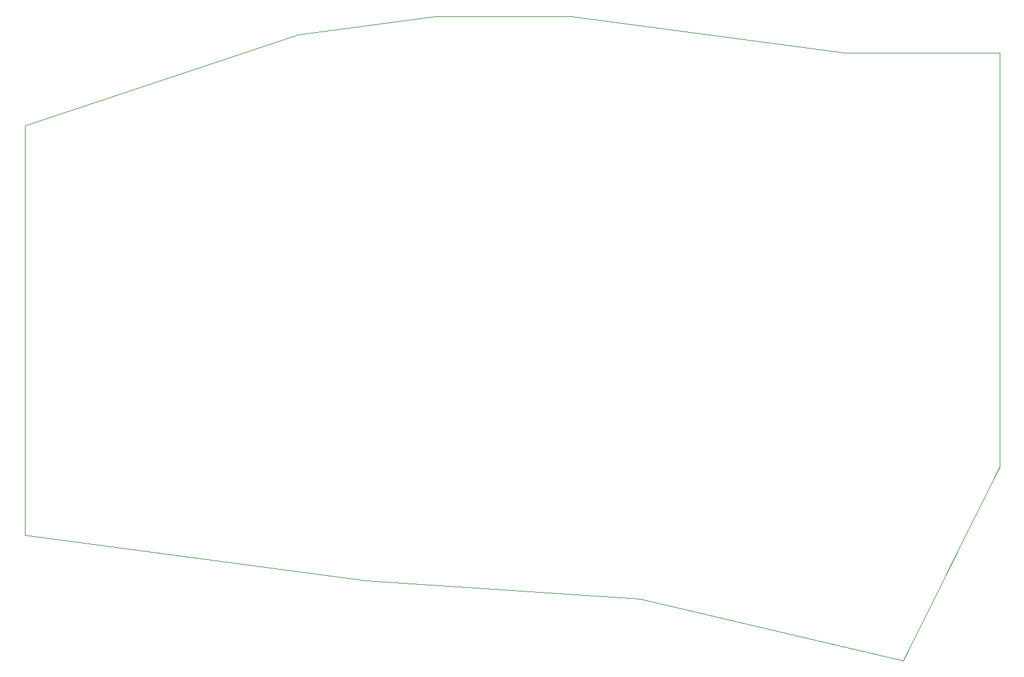
<source format=gm1>
From 091566813df47450a6fca945339cd1e1ba90c915 Mon Sep 17 00:00:00 2001
From: Marc Poulhiès <dkm@kataplop.net>
Date: Wed, 2 Sep 2020 16:06:58 +0200
Subject: Initial work for Pouetpouet board

Based on keyseebee but now very different.
---
 pcb/gerbers/v0.1/left/left-Edge.Cuts.gm1 | 38 --------------------------------
 1 file changed, 38 deletions(-)
 delete mode 100644 pcb/gerbers/v0.1/left/left-Edge.Cuts.gm1

(limited to 'pcb/gerbers/v0.1/left/left-Edge.Cuts.gm1')

diff --git a/pcb/gerbers/v0.1/left/left-Edge.Cuts.gm1 b/pcb/gerbers/v0.1/left/left-Edge.Cuts.gm1
deleted file mode 100644
index 28ead8c..0000000
--- a/pcb/gerbers/v0.1/left/left-Edge.Cuts.gm1
+++ /dev/null
@@ -1,38 +0,0 @@
-G04 #@! TF.GenerationSoftware,KiCad,Pcbnew,5.0.2+dfsg1-1*
-G04 #@! TF.CreationDate,2020-08-02T18:17:46+02:00*
-G04 #@! TF.ProjectId,left,6c656674-2e6b-4696-9361-645f70636258,rev?*
-G04 #@! TF.SameCoordinates,Original*
-G04 #@! TF.FileFunction,Profile,NP*
-%FSLAX46Y46*%
-G04 Gerber Fmt 4.6, Leading zero omitted, Abs format (unit mm)*
-G04 Created by KiCad (PCBNEW 5.0.2+dfsg1-1) date dim. 02 août 2020 18:17:46 CEST*
-%MOMM*%
-%LPD*%
-G01*
-G04 APERTURE LIST*
-%ADD10C,0.100000*%
-G04 APERTURE END LIST*
-D10*
-X104775000Y-114300000D02*
-X104775000Y-57150000D01*
-X152400000Y-120650000D02*
-X104775000Y-114300000D01*
-X190500000Y-123190000D02*
-X152400000Y-120650000D01*
-X227203000Y-131826000D02*
-X190500000Y-123190000D01*
-X240665000Y-104775000D02*
-X227203000Y-131826000D01*
-X240665000Y-46990000D02*
-X240665000Y-104775000D01*
-X219075000Y-46990000D02*
-X240665000Y-46990000D01*
-X180975000Y-41910000D02*
-X219075000Y-46990000D01*
-X161925000Y-41910000D02*
-X180975000Y-41910000D01*
-X142875000Y-44450000D02*
-X161925000Y-41910000D01*
-X104775000Y-57150000D02*
-X142875000Y-44450000D01*
-M02*
-- 
cgit v1.2.3


</source>
